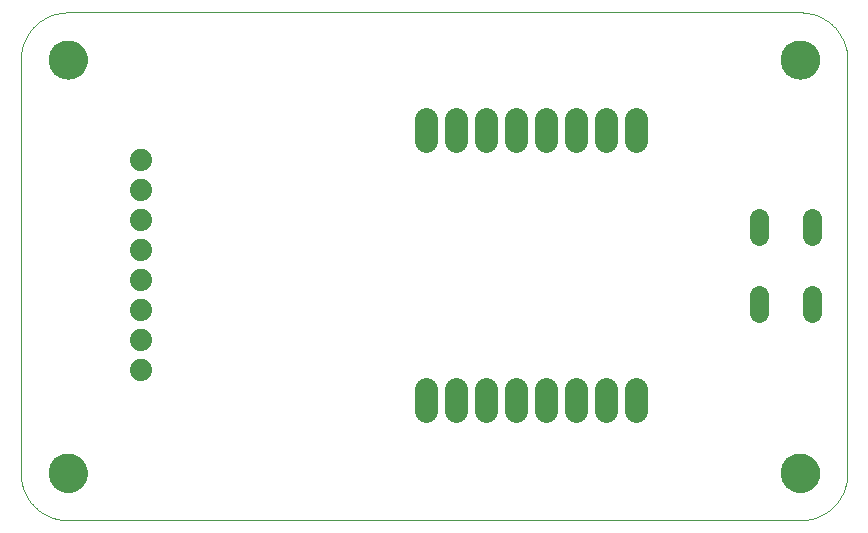
<source format=gts>
G75*
%MOIN*%
%OFA0B0*%
%FSLAX25Y25*%
%IPPOS*%
%LPD*%
%AMOC8*
5,1,8,0,0,1.08239X$1,22.5*
%
%ADD10C,0.06400*%
%ADD11C,0.07400*%
%ADD12C,0.07600*%
%ADD13C,0.00000*%
%ADD14C,0.12998*%
D10*
X0293194Y0103356D02*
X0293194Y0109356D01*
X0310994Y0109356D02*
X0310994Y0103356D01*
X0310994Y0128956D02*
X0310994Y0134956D01*
X0293194Y0134956D02*
X0293194Y0128956D01*
D11*
X0087094Y0124156D03*
X0087094Y0114156D03*
X0087094Y0104156D03*
X0087094Y0094156D03*
X0087094Y0084156D03*
X0087094Y0134156D03*
X0087094Y0144156D03*
X0087094Y0154156D03*
D12*
X0182094Y0160556D02*
X0182094Y0167756D01*
X0192094Y0167756D02*
X0192094Y0160556D01*
X0202094Y0160556D02*
X0202094Y0167756D01*
X0212094Y0167756D02*
X0212094Y0160556D01*
X0222094Y0160556D02*
X0222094Y0167756D01*
X0232094Y0167756D02*
X0232094Y0160556D01*
X0242094Y0160556D02*
X0242094Y0167756D01*
X0252094Y0167756D02*
X0252094Y0160556D01*
X0252094Y0077756D02*
X0252094Y0070556D01*
X0242094Y0070556D02*
X0242094Y0077756D01*
X0232094Y0077756D02*
X0232094Y0070556D01*
X0222094Y0070556D02*
X0222094Y0077756D01*
X0212094Y0077756D02*
X0212094Y0070556D01*
X0202094Y0070556D02*
X0202094Y0077756D01*
X0192094Y0077756D02*
X0192094Y0070556D01*
X0182094Y0070556D02*
X0182094Y0077756D01*
D13*
X0062843Y0034156D02*
X0306937Y0034156D01*
X0300638Y0049904D02*
X0300640Y0050062D01*
X0300646Y0050220D01*
X0300656Y0050378D01*
X0300670Y0050536D01*
X0300688Y0050693D01*
X0300709Y0050850D01*
X0300735Y0051006D01*
X0300765Y0051162D01*
X0300798Y0051317D01*
X0300836Y0051470D01*
X0300877Y0051623D01*
X0300922Y0051775D01*
X0300971Y0051926D01*
X0301024Y0052075D01*
X0301080Y0052223D01*
X0301140Y0052369D01*
X0301204Y0052514D01*
X0301272Y0052657D01*
X0301343Y0052799D01*
X0301417Y0052939D01*
X0301495Y0053076D01*
X0301577Y0053212D01*
X0301661Y0053346D01*
X0301750Y0053477D01*
X0301841Y0053606D01*
X0301936Y0053733D01*
X0302033Y0053858D01*
X0302134Y0053980D01*
X0302238Y0054099D01*
X0302345Y0054216D01*
X0302455Y0054330D01*
X0302568Y0054441D01*
X0302683Y0054550D01*
X0302801Y0054655D01*
X0302922Y0054757D01*
X0303045Y0054857D01*
X0303171Y0054953D01*
X0303299Y0055046D01*
X0303429Y0055136D01*
X0303562Y0055222D01*
X0303697Y0055306D01*
X0303833Y0055385D01*
X0303972Y0055462D01*
X0304113Y0055534D01*
X0304255Y0055604D01*
X0304399Y0055669D01*
X0304545Y0055731D01*
X0304692Y0055789D01*
X0304841Y0055844D01*
X0304991Y0055895D01*
X0305142Y0055942D01*
X0305294Y0055985D01*
X0305447Y0056024D01*
X0305602Y0056060D01*
X0305757Y0056091D01*
X0305913Y0056119D01*
X0306069Y0056143D01*
X0306226Y0056163D01*
X0306384Y0056179D01*
X0306541Y0056191D01*
X0306700Y0056199D01*
X0306858Y0056203D01*
X0307016Y0056203D01*
X0307174Y0056199D01*
X0307333Y0056191D01*
X0307490Y0056179D01*
X0307648Y0056163D01*
X0307805Y0056143D01*
X0307961Y0056119D01*
X0308117Y0056091D01*
X0308272Y0056060D01*
X0308427Y0056024D01*
X0308580Y0055985D01*
X0308732Y0055942D01*
X0308883Y0055895D01*
X0309033Y0055844D01*
X0309182Y0055789D01*
X0309329Y0055731D01*
X0309475Y0055669D01*
X0309619Y0055604D01*
X0309761Y0055534D01*
X0309902Y0055462D01*
X0310041Y0055385D01*
X0310177Y0055306D01*
X0310312Y0055222D01*
X0310445Y0055136D01*
X0310575Y0055046D01*
X0310703Y0054953D01*
X0310829Y0054857D01*
X0310952Y0054757D01*
X0311073Y0054655D01*
X0311191Y0054550D01*
X0311306Y0054441D01*
X0311419Y0054330D01*
X0311529Y0054216D01*
X0311636Y0054099D01*
X0311740Y0053980D01*
X0311841Y0053858D01*
X0311938Y0053733D01*
X0312033Y0053606D01*
X0312124Y0053477D01*
X0312213Y0053346D01*
X0312297Y0053212D01*
X0312379Y0053076D01*
X0312457Y0052939D01*
X0312531Y0052799D01*
X0312602Y0052657D01*
X0312670Y0052514D01*
X0312734Y0052369D01*
X0312794Y0052223D01*
X0312850Y0052075D01*
X0312903Y0051926D01*
X0312952Y0051775D01*
X0312997Y0051623D01*
X0313038Y0051470D01*
X0313076Y0051317D01*
X0313109Y0051162D01*
X0313139Y0051006D01*
X0313165Y0050850D01*
X0313186Y0050693D01*
X0313204Y0050536D01*
X0313218Y0050378D01*
X0313228Y0050220D01*
X0313234Y0050062D01*
X0313236Y0049904D01*
X0313234Y0049746D01*
X0313228Y0049588D01*
X0313218Y0049430D01*
X0313204Y0049272D01*
X0313186Y0049115D01*
X0313165Y0048958D01*
X0313139Y0048802D01*
X0313109Y0048646D01*
X0313076Y0048491D01*
X0313038Y0048338D01*
X0312997Y0048185D01*
X0312952Y0048033D01*
X0312903Y0047882D01*
X0312850Y0047733D01*
X0312794Y0047585D01*
X0312734Y0047439D01*
X0312670Y0047294D01*
X0312602Y0047151D01*
X0312531Y0047009D01*
X0312457Y0046869D01*
X0312379Y0046732D01*
X0312297Y0046596D01*
X0312213Y0046462D01*
X0312124Y0046331D01*
X0312033Y0046202D01*
X0311938Y0046075D01*
X0311841Y0045950D01*
X0311740Y0045828D01*
X0311636Y0045709D01*
X0311529Y0045592D01*
X0311419Y0045478D01*
X0311306Y0045367D01*
X0311191Y0045258D01*
X0311073Y0045153D01*
X0310952Y0045051D01*
X0310829Y0044951D01*
X0310703Y0044855D01*
X0310575Y0044762D01*
X0310445Y0044672D01*
X0310312Y0044586D01*
X0310177Y0044502D01*
X0310041Y0044423D01*
X0309902Y0044346D01*
X0309761Y0044274D01*
X0309619Y0044204D01*
X0309475Y0044139D01*
X0309329Y0044077D01*
X0309182Y0044019D01*
X0309033Y0043964D01*
X0308883Y0043913D01*
X0308732Y0043866D01*
X0308580Y0043823D01*
X0308427Y0043784D01*
X0308272Y0043748D01*
X0308117Y0043717D01*
X0307961Y0043689D01*
X0307805Y0043665D01*
X0307648Y0043645D01*
X0307490Y0043629D01*
X0307333Y0043617D01*
X0307174Y0043609D01*
X0307016Y0043605D01*
X0306858Y0043605D01*
X0306700Y0043609D01*
X0306541Y0043617D01*
X0306384Y0043629D01*
X0306226Y0043645D01*
X0306069Y0043665D01*
X0305913Y0043689D01*
X0305757Y0043717D01*
X0305602Y0043748D01*
X0305447Y0043784D01*
X0305294Y0043823D01*
X0305142Y0043866D01*
X0304991Y0043913D01*
X0304841Y0043964D01*
X0304692Y0044019D01*
X0304545Y0044077D01*
X0304399Y0044139D01*
X0304255Y0044204D01*
X0304113Y0044274D01*
X0303972Y0044346D01*
X0303833Y0044423D01*
X0303697Y0044502D01*
X0303562Y0044586D01*
X0303429Y0044672D01*
X0303299Y0044762D01*
X0303171Y0044855D01*
X0303045Y0044951D01*
X0302922Y0045051D01*
X0302801Y0045153D01*
X0302683Y0045258D01*
X0302568Y0045367D01*
X0302455Y0045478D01*
X0302345Y0045592D01*
X0302238Y0045709D01*
X0302134Y0045828D01*
X0302033Y0045950D01*
X0301936Y0046075D01*
X0301841Y0046202D01*
X0301750Y0046331D01*
X0301661Y0046462D01*
X0301577Y0046596D01*
X0301495Y0046732D01*
X0301417Y0046869D01*
X0301343Y0047009D01*
X0301272Y0047151D01*
X0301204Y0047294D01*
X0301140Y0047439D01*
X0301080Y0047585D01*
X0301024Y0047733D01*
X0300971Y0047882D01*
X0300922Y0048033D01*
X0300877Y0048185D01*
X0300836Y0048338D01*
X0300798Y0048491D01*
X0300765Y0048646D01*
X0300735Y0048802D01*
X0300709Y0048958D01*
X0300688Y0049115D01*
X0300670Y0049272D01*
X0300656Y0049430D01*
X0300646Y0049588D01*
X0300640Y0049746D01*
X0300638Y0049904D01*
X0306937Y0034156D02*
X0307318Y0034161D01*
X0307698Y0034174D01*
X0308078Y0034197D01*
X0308457Y0034230D01*
X0308835Y0034271D01*
X0309212Y0034321D01*
X0309588Y0034381D01*
X0309963Y0034449D01*
X0310335Y0034527D01*
X0310706Y0034614D01*
X0311074Y0034709D01*
X0311440Y0034814D01*
X0311803Y0034927D01*
X0312164Y0035049D01*
X0312521Y0035179D01*
X0312875Y0035319D01*
X0313226Y0035466D01*
X0313573Y0035623D01*
X0313916Y0035787D01*
X0314255Y0035960D01*
X0314590Y0036141D01*
X0314921Y0036330D01*
X0315246Y0036527D01*
X0315567Y0036731D01*
X0315883Y0036944D01*
X0316193Y0037164D01*
X0316499Y0037391D01*
X0316798Y0037626D01*
X0317092Y0037868D01*
X0317380Y0038116D01*
X0317662Y0038372D01*
X0317937Y0038635D01*
X0318206Y0038904D01*
X0318469Y0039179D01*
X0318725Y0039461D01*
X0318973Y0039749D01*
X0319215Y0040043D01*
X0319450Y0040342D01*
X0319677Y0040648D01*
X0319897Y0040958D01*
X0320110Y0041274D01*
X0320314Y0041595D01*
X0320511Y0041920D01*
X0320700Y0042251D01*
X0320881Y0042586D01*
X0321054Y0042925D01*
X0321218Y0043268D01*
X0321375Y0043615D01*
X0321522Y0043966D01*
X0321662Y0044320D01*
X0321792Y0044677D01*
X0321914Y0045038D01*
X0322027Y0045401D01*
X0322132Y0045767D01*
X0322227Y0046135D01*
X0322314Y0046506D01*
X0322392Y0046878D01*
X0322460Y0047253D01*
X0322520Y0047629D01*
X0322570Y0048006D01*
X0322611Y0048384D01*
X0322644Y0048763D01*
X0322667Y0049143D01*
X0322680Y0049523D01*
X0322685Y0049904D01*
X0322685Y0187699D01*
X0300638Y0187699D02*
X0300640Y0187857D01*
X0300646Y0188015D01*
X0300656Y0188173D01*
X0300670Y0188331D01*
X0300688Y0188488D01*
X0300709Y0188645D01*
X0300735Y0188801D01*
X0300765Y0188957D01*
X0300798Y0189112D01*
X0300836Y0189265D01*
X0300877Y0189418D01*
X0300922Y0189570D01*
X0300971Y0189721D01*
X0301024Y0189870D01*
X0301080Y0190018D01*
X0301140Y0190164D01*
X0301204Y0190309D01*
X0301272Y0190452D01*
X0301343Y0190594D01*
X0301417Y0190734D01*
X0301495Y0190871D01*
X0301577Y0191007D01*
X0301661Y0191141D01*
X0301750Y0191272D01*
X0301841Y0191401D01*
X0301936Y0191528D01*
X0302033Y0191653D01*
X0302134Y0191775D01*
X0302238Y0191894D01*
X0302345Y0192011D01*
X0302455Y0192125D01*
X0302568Y0192236D01*
X0302683Y0192345D01*
X0302801Y0192450D01*
X0302922Y0192552D01*
X0303045Y0192652D01*
X0303171Y0192748D01*
X0303299Y0192841D01*
X0303429Y0192931D01*
X0303562Y0193017D01*
X0303697Y0193101D01*
X0303833Y0193180D01*
X0303972Y0193257D01*
X0304113Y0193329D01*
X0304255Y0193399D01*
X0304399Y0193464D01*
X0304545Y0193526D01*
X0304692Y0193584D01*
X0304841Y0193639D01*
X0304991Y0193690D01*
X0305142Y0193737D01*
X0305294Y0193780D01*
X0305447Y0193819D01*
X0305602Y0193855D01*
X0305757Y0193886D01*
X0305913Y0193914D01*
X0306069Y0193938D01*
X0306226Y0193958D01*
X0306384Y0193974D01*
X0306541Y0193986D01*
X0306700Y0193994D01*
X0306858Y0193998D01*
X0307016Y0193998D01*
X0307174Y0193994D01*
X0307333Y0193986D01*
X0307490Y0193974D01*
X0307648Y0193958D01*
X0307805Y0193938D01*
X0307961Y0193914D01*
X0308117Y0193886D01*
X0308272Y0193855D01*
X0308427Y0193819D01*
X0308580Y0193780D01*
X0308732Y0193737D01*
X0308883Y0193690D01*
X0309033Y0193639D01*
X0309182Y0193584D01*
X0309329Y0193526D01*
X0309475Y0193464D01*
X0309619Y0193399D01*
X0309761Y0193329D01*
X0309902Y0193257D01*
X0310041Y0193180D01*
X0310177Y0193101D01*
X0310312Y0193017D01*
X0310445Y0192931D01*
X0310575Y0192841D01*
X0310703Y0192748D01*
X0310829Y0192652D01*
X0310952Y0192552D01*
X0311073Y0192450D01*
X0311191Y0192345D01*
X0311306Y0192236D01*
X0311419Y0192125D01*
X0311529Y0192011D01*
X0311636Y0191894D01*
X0311740Y0191775D01*
X0311841Y0191653D01*
X0311938Y0191528D01*
X0312033Y0191401D01*
X0312124Y0191272D01*
X0312213Y0191141D01*
X0312297Y0191007D01*
X0312379Y0190871D01*
X0312457Y0190734D01*
X0312531Y0190594D01*
X0312602Y0190452D01*
X0312670Y0190309D01*
X0312734Y0190164D01*
X0312794Y0190018D01*
X0312850Y0189870D01*
X0312903Y0189721D01*
X0312952Y0189570D01*
X0312997Y0189418D01*
X0313038Y0189265D01*
X0313076Y0189112D01*
X0313109Y0188957D01*
X0313139Y0188801D01*
X0313165Y0188645D01*
X0313186Y0188488D01*
X0313204Y0188331D01*
X0313218Y0188173D01*
X0313228Y0188015D01*
X0313234Y0187857D01*
X0313236Y0187699D01*
X0313234Y0187541D01*
X0313228Y0187383D01*
X0313218Y0187225D01*
X0313204Y0187067D01*
X0313186Y0186910D01*
X0313165Y0186753D01*
X0313139Y0186597D01*
X0313109Y0186441D01*
X0313076Y0186286D01*
X0313038Y0186133D01*
X0312997Y0185980D01*
X0312952Y0185828D01*
X0312903Y0185677D01*
X0312850Y0185528D01*
X0312794Y0185380D01*
X0312734Y0185234D01*
X0312670Y0185089D01*
X0312602Y0184946D01*
X0312531Y0184804D01*
X0312457Y0184664D01*
X0312379Y0184527D01*
X0312297Y0184391D01*
X0312213Y0184257D01*
X0312124Y0184126D01*
X0312033Y0183997D01*
X0311938Y0183870D01*
X0311841Y0183745D01*
X0311740Y0183623D01*
X0311636Y0183504D01*
X0311529Y0183387D01*
X0311419Y0183273D01*
X0311306Y0183162D01*
X0311191Y0183053D01*
X0311073Y0182948D01*
X0310952Y0182846D01*
X0310829Y0182746D01*
X0310703Y0182650D01*
X0310575Y0182557D01*
X0310445Y0182467D01*
X0310312Y0182381D01*
X0310177Y0182297D01*
X0310041Y0182218D01*
X0309902Y0182141D01*
X0309761Y0182069D01*
X0309619Y0181999D01*
X0309475Y0181934D01*
X0309329Y0181872D01*
X0309182Y0181814D01*
X0309033Y0181759D01*
X0308883Y0181708D01*
X0308732Y0181661D01*
X0308580Y0181618D01*
X0308427Y0181579D01*
X0308272Y0181543D01*
X0308117Y0181512D01*
X0307961Y0181484D01*
X0307805Y0181460D01*
X0307648Y0181440D01*
X0307490Y0181424D01*
X0307333Y0181412D01*
X0307174Y0181404D01*
X0307016Y0181400D01*
X0306858Y0181400D01*
X0306700Y0181404D01*
X0306541Y0181412D01*
X0306384Y0181424D01*
X0306226Y0181440D01*
X0306069Y0181460D01*
X0305913Y0181484D01*
X0305757Y0181512D01*
X0305602Y0181543D01*
X0305447Y0181579D01*
X0305294Y0181618D01*
X0305142Y0181661D01*
X0304991Y0181708D01*
X0304841Y0181759D01*
X0304692Y0181814D01*
X0304545Y0181872D01*
X0304399Y0181934D01*
X0304255Y0181999D01*
X0304113Y0182069D01*
X0303972Y0182141D01*
X0303833Y0182218D01*
X0303697Y0182297D01*
X0303562Y0182381D01*
X0303429Y0182467D01*
X0303299Y0182557D01*
X0303171Y0182650D01*
X0303045Y0182746D01*
X0302922Y0182846D01*
X0302801Y0182948D01*
X0302683Y0183053D01*
X0302568Y0183162D01*
X0302455Y0183273D01*
X0302345Y0183387D01*
X0302238Y0183504D01*
X0302134Y0183623D01*
X0302033Y0183745D01*
X0301936Y0183870D01*
X0301841Y0183997D01*
X0301750Y0184126D01*
X0301661Y0184257D01*
X0301577Y0184391D01*
X0301495Y0184527D01*
X0301417Y0184664D01*
X0301343Y0184804D01*
X0301272Y0184946D01*
X0301204Y0185089D01*
X0301140Y0185234D01*
X0301080Y0185380D01*
X0301024Y0185528D01*
X0300971Y0185677D01*
X0300922Y0185828D01*
X0300877Y0185980D01*
X0300836Y0186133D01*
X0300798Y0186286D01*
X0300765Y0186441D01*
X0300735Y0186597D01*
X0300709Y0186753D01*
X0300688Y0186910D01*
X0300670Y0187067D01*
X0300656Y0187225D01*
X0300646Y0187383D01*
X0300640Y0187541D01*
X0300638Y0187699D01*
X0306937Y0203447D02*
X0307318Y0203442D01*
X0307698Y0203429D01*
X0308078Y0203406D01*
X0308457Y0203373D01*
X0308835Y0203332D01*
X0309212Y0203282D01*
X0309588Y0203222D01*
X0309963Y0203154D01*
X0310335Y0203076D01*
X0310706Y0202989D01*
X0311074Y0202894D01*
X0311440Y0202789D01*
X0311803Y0202676D01*
X0312164Y0202554D01*
X0312521Y0202424D01*
X0312875Y0202284D01*
X0313226Y0202137D01*
X0313573Y0201980D01*
X0313916Y0201816D01*
X0314255Y0201643D01*
X0314590Y0201462D01*
X0314921Y0201273D01*
X0315246Y0201076D01*
X0315567Y0200872D01*
X0315883Y0200659D01*
X0316193Y0200439D01*
X0316499Y0200212D01*
X0316798Y0199977D01*
X0317092Y0199735D01*
X0317380Y0199487D01*
X0317662Y0199231D01*
X0317937Y0198968D01*
X0318206Y0198699D01*
X0318469Y0198424D01*
X0318725Y0198142D01*
X0318973Y0197854D01*
X0319215Y0197560D01*
X0319450Y0197261D01*
X0319677Y0196955D01*
X0319897Y0196645D01*
X0320110Y0196329D01*
X0320314Y0196008D01*
X0320511Y0195683D01*
X0320700Y0195352D01*
X0320881Y0195017D01*
X0321054Y0194678D01*
X0321218Y0194335D01*
X0321375Y0193988D01*
X0321522Y0193637D01*
X0321662Y0193283D01*
X0321792Y0192926D01*
X0321914Y0192565D01*
X0322027Y0192202D01*
X0322132Y0191836D01*
X0322227Y0191468D01*
X0322314Y0191097D01*
X0322392Y0190725D01*
X0322460Y0190350D01*
X0322520Y0189974D01*
X0322570Y0189597D01*
X0322611Y0189219D01*
X0322644Y0188840D01*
X0322667Y0188460D01*
X0322680Y0188080D01*
X0322685Y0187699D01*
X0306937Y0203448D02*
X0062843Y0203448D01*
X0056544Y0187699D02*
X0056546Y0187857D01*
X0056552Y0188015D01*
X0056562Y0188173D01*
X0056576Y0188331D01*
X0056594Y0188488D01*
X0056615Y0188645D01*
X0056641Y0188801D01*
X0056671Y0188957D01*
X0056704Y0189112D01*
X0056742Y0189265D01*
X0056783Y0189418D01*
X0056828Y0189570D01*
X0056877Y0189721D01*
X0056930Y0189870D01*
X0056986Y0190018D01*
X0057046Y0190164D01*
X0057110Y0190309D01*
X0057178Y0190452D01*
X0057249Y0190594D01*
X0057323Y0190734D01*
X0057401Y0190871D01*
X0057483Y0191007D01*
X0057567Y0191141D01*
X0057656Y0191272D01*
X0057747Y0191401D01*
X0057842Y0191528D01*
X0057939Y0191653D01*
X0058040Y0191775D01*
X0058144Y0191894D01*
X0058251Y0192011D01*
X0058361Y0192125D01*
X0058474Y0192236D01*
X0058589Y0192345D01*
X0058707Y0192450D01*
X0058828Y0192552D01*
X0058951Y0192652D01*
X0059077Y0192748D01*
X0059205Y0192841D01*
X0059335Y0192931D01*
X0059468Y0193017D01*
X0059603Y0193101D01*
X0059739Y0193180D01*
X0059878Y0193257D01*
X0060019Y0193329D01*
X0060161Y0193399D01*
X0060305Y0193464D01*
X0060451Y0193526D01*
X0060598Y0193584D01*
X0060747Y0193639D01*
X0060897Y0193690D01*
X0061048Y0193737D01*
X0061200Y0193780D01*
X0061353Y0193819D01*
X0061508Y0193855D01*
X0061663Y0193886D01*
X0061819Y0193914D01*
X0061975Y0193938D01*
X0062132Y0193958D01*
X0062290Y0193974D01*
X0062447Y0193986D01*
X0062606Y0193994D01*
X0062764Y0193998D01*
X0062922Y0193998D01*
X0063080Y0193994D01*
X0063239Y0193986D01*
X0063396Y0193974D01*
X0063554Y0193958D01*
X0063711Y0193938D01*
X0063867Y0193914D01*
X0064023Y0193886D01*
X0064178Y0193855D01*
X0064333Y0193819D01*
X0064486Y0193780D01*
X0064638Y0193737D01*
X0064789Y0193690D01*
X0064939Y0193639D01*
X0065088Y0193584D01*
X0065235Y0193526D01*
X0065381Y0193464D01*
X0065525Y0193399D01*
X0065667Y0193329D01*
X0065808Y0193257D01*
X0065947Y0193180D01*
X0066083Y0193101D01*
X0066218Y0193017D01*
X0066351Y0192931D01*
X0066481Y0192841D01*
X0066609Y0192748D01*
X0066735Y0192652D01*
X0066858Y0192552D01*
X0066979Y0192450D01*
X0067097Y0192345D01*
X0067212Y0192236D01*
X0067325Y0192125D01*
X0067435Y0192011D01*
X0067542Y0191894D01*
X0067646Y0191775D01*
X0067747Y0191653D01*
X0067844Y0191528D01*
X0067939Y0191401D01*
X0068030Y0191272D01*
X0068119Y0191141D01*
X0068203Y0191007D01*
X0068285Y0190871D01*
X0068363Y0190734D01*
X0068437Y0190594D01*
X0068508Y0190452D01*
X0068576Y0190309D01*
X0068640Y0190164D01*
X0068700Y0190018D01*
X0068756Y0189870D01*
X0068809Y0189721D01*
X0068858Y0189570D01*
X0068903Y0189418D01*
X0068944Y0189265D01*
X0068982Y0189112D01*
X0069015Y0188957D01*
X0069045Y0188801D01*
X0069071Y0188645D01*
X0069092Y0188488D01*
X0069110Y0188331D01*
X0069124Y0188173D01*
X0069134Y0188015D01*
X0069140Y0187857D01*
X0069142Y0187699D01*
X0069140Y0187541D01*
X0069134Y0187383D01*
X0069124Y0187225D01*
X0069110Y0187067D01*
X0069092Y0186910D01*
X0069071Y0186753D01*
X0069045Y0186597D01*
X0069015Y0186441D01*
X0068982Y0186286D01*
X0068944Y0186133D01*
X0068903Y0185980D01*
X0068858Y0185828D01*
X0068809Y0185677D01*
X0068756Y0185528D01*
X0068700Y0185380D01*
X0068640Y0185234D01*
X0068576Y0185089D01*
X0068508Y0184946D01*
X0068437Y0184804D01*
X0068363Y0184664D01*
X0068285Y0184527D01*
X0068203Y0184391D01*
X0068119Y0184257D01*
X0068030Y0184126D01*
X0067939Y0183997D01*
X0067844Y0183870D01*
X0067747Y0183745D01*
X0067646Y0183623D01*
X0067542Y0183504D01*
X0067435Y0183387D01*
X0067325Y0183273D01*
X0067212Y0183162D01*
X0067097Y0183053D01*
X0066979Y0182948D01*
X0066858Y0182846D01*
X0066735Y0182746D01*
X0066609Y0182650D01*
X0066481Y0182557D01*
X0066351Y0182467D01*
X0066218Y0182381D01*
X0066083Y0182297D01*
X0065947Y0182218D01*
X0065808Y0182141D01*
X0065667Y0182069D01*
X0065525Y0181999D01*
X0065381Y0181934D01*
X0065235Y0181872D01*
X0065088Y0181814D01*
X0064939Y0181759D01*
X0064789Y0181708D01*
X0064638Y0181661D01*
X0064486Y0181618D01*
X0064333Y0181579D01*
X0064178Y0181543D01*
X0064023Y0181512D01*
X0063867Y0181484D01*
X0063711Y0181460D01*
X0063554Y0181440D01*
X0063396Y0181424D01*
X0063239Y0181412D01*
X0063080Y0181404D01*
X0062922Y0181400D01*
X0062764Y0181400D01*
X0062606Y0181404D01*
X0062447Y0181412D01*
X0062290Y0181424D01*
X0062132Y0181440D01*
X0061975Y0181460D01*
X0061819Y0181484D01*
X0061663Y0181512D01*
X0061508Y0181543D01*
X0061353Y0181579D01*
X0061200Y0181618D01*
X0061048Y0181661D01*
X0060897Y0181708D01*
X0060747Y0181759D01*
X0060598Y0181814D01*
X0060451Y0181872D01*
X0060305Y0181934D01*
X0060161Y0181999D01*
X0060019Y0182069D01*
X0059878Y0182141D01*
X0059739Y0182218D01*
X0059603Y0182297D01*
X0059468Y0182381D01*
X0059335Y0182467D01*
X0059205Y0182557D01*
X0059077Y0182650D01*
X0058951Y0182746D01*
X0058828Y0182846D01*
X0058707Y0182948D01*
X0058589Y0183053D01*
X0058474Y0183162D01*
X0058361Y0183273D01*
X0058251Y0183387D01*
X0058144Y0183504D01*
X0058040Y0183623D01*
X0057939Y0183745D01*
X0057842Y0183870D01*
X0057747Y0183997D01*
X0057656Y0184126D01*
X0057567Y0184257D01*
X0057483Y0184391D01*
X0057401Y0184527D01*
X0057323Y0184664D01*
X0057249Y0184804D01*
X0057178Y0184946D01*
X0057110Y0185089D01*
X0057046Y0185234D01*
X0056986Y0185380D01*
X0056930Y0185528D01*
X0056877Y0185677D01*
X0056828Y0185828D01*
X0056783Y0185980D01*
X0056742Y0186133D01*
X0056704Y0186286D01*
X0056671Y0186441D01*
X0056641Y0186597D01*
X0056615Y0186753D01*
X0056594Y0186910D01*
X0056576Y0187067D01*
X0056562Y0187225D01*
X0056552Y0187383D01*
X0056546Y0187541D01*
X0056544Y0187699D01*
X0047095Y0187699D02*
X0047100Y0188080D01*
X0047113Y0188460D01*
X0047136Y0188840D01*
X0047169Y0189219D01*
X0047210Y0189597D01*
X0047260Y0189974D01*
X0047320Y0190350D01*
X0047388Y0190725D01*
X0047466Y0191097D01*
X0047553Y0191468D01*
X0047648Y0191836D01*
X0047753Y0192202D01*
X0047866Y0192565D01*
X0047988Y0192926D01*
X0048118Y0193283D01*
X0048258Y0193637D01*
X0048405Y0193988D01*
X0048562Y0194335D01*
X0048726Y0194678D01*
X0048899Y0195017D01*
X0049080Y0195352D01*
X0049269Y0195683D01*
X0049466Y0196008D01*
X0049670Y0196329D01*
X0049883Y0196645D01*
X0050103Y0196955D01*
X0050330Y0197261D01*
X0050565Y0197560D01*
X0050807Y0197854D01*
X0051055Y0198142D01*
X0051311Y0198424D01*
X0051574Y0198699D01*
X0051843Y0198968D01*
X0052118Y0199231D01*
X0052400Y0199487D01*
X0052688Y0199735D01*
X0052982Y0199977D01*
X0053281Y0200212D01*
X0053587Y0200439D01*
X0053897Y0200659D01*
X0054213Y0200872D01*
X0054534Y0201076D01*
X0054859Y0201273D01*
X0055190Y0201462D01*
X0055525Y0201643D01*
X0055864Y0201816D01*
X0056207Y0201980D01*
X0056554Y0202137D01*
X0056905Y0202284D01*
X0057259Y0202424D01*
X0057616Y0202554D01*
X0057977Y0202676D01*
X0058340Y0202789D01*
X0058706Y0202894D01*
X0059074Y0202989D01*
X0059445Y0203076D01*
X0059817Y0203154D01*
X0060192Y0203222D01*
X0060568Y0203282D01*
X0060945Y0203332D01*
X0061323Y0203373D01*
X0061702Y0203406D01*
X0062082Y0203429D01*
X0062462Y0203442D01*
X0062843Y0203447D01*
X0047094Y0187699D02*
X0047094Y0049904D01*
X0056544Y0049904D02*
X0056546Y0050062D01*
X0056552Y0050220D01*
X0056562Y0050378D01*
X0056576Y0050536D01*
X0056594Y0050693D01*
X0056615Y0050850D01*
X0056641Y0051006D01*
X0056671Y0051162D01*
X0056704Y0051317D01*
X0056742Y0051470D01*
X0056783Y0051623D01*
X0056828Y0051775D01*
X0056877Y0051926D01*
X0056930Y0052075D01*
X0056986Y0052223D01*
X0057046Y0052369D01*
X0057110Y0052514D01*
X0057178Y0052657D01*
X0057249Y0052799D01*
X0057323Y0052939D01*
X0057401Y0053076D01*
X0057483Y0053212D01*
X0057567Y0053346D01*
X0057656Y0053477D01*
X0057747Y0053606D01*
X0057842Y0053733D01*
X0057939Y0053858D01*
X0058040Y0053980D01*
X0058144Y0054099D01*
X0058251Y0054216D01*
X0058361Y0054330D01*
X0058474Y0054441D01*
X0058589Y0054550D01*
X0058707Y0054655D01*
X0058828Y0054757D01*
X0058951Y0054857D01*
X0059077Y0054953D01*
X0059205Y0055046D01*
X0059335Y0055136D01*
X0059468Y0055222D01*
X0059603Y0055306D01*
X0059739Y0055385D01*
X0059878Y0055462D01*
X0060019Y0055534D01*
X0060161Y0055604D01*
X0060305Y0055669D01*
X0060451Y0055731D01*
X0060598Y0055789D01*
X0060747Y0055844D01*
X0060897Y0055895D01*
X0061048Y0055942D01*
X0061200Y0055985D01*
X0061353Y0056024D01*
X0061508Y0056060D01*
X0061663Y0056091D01*
X0061819Y0056119D01*
X0061975Y0056143D01*
X0062132Y0056163D01*
X0062290Y0056179D01*
X0062447Y0056191D01*
X0062606Y0056199D01*
X0062764Y0056203D01*
X0062922Y0056203D01*
X0063080Y0056199D01*
X0063239Y0056191D01*
X0063396Y0056179D01*
X0063554Y0056163D01*
X0063711Y0056143D01*
X0063867Y0056119D01*
X0064023Y0056091D01*
X0064178Y0056060D01*
X0064333Y0056024D01*
X0064486Y0055985D01*
X0064638Y0055942D01*
X0064789Y0055895D01*
X0064939Y0055844D01*
X0065088Y0055789D01*
X0065235Y0055731D01*
X0065381Y0055669D01*
X0065525Y0055604D01*
X0065667Y0055534D01*
X0065808Y0055462D01*
X0065947Y0055385D01*
X0066083Y0055306D01*
X0066218Y0055222D01*
X0066351Y0055136D01*
X0066481Y0055046D01*
X0066609Y0054953D01*
X0066735Y0054857D01*
X0066858Y0054757D01*
X0066979Y0054655D01*
X0067097Y0054550D01*
X0067212Y0054441D01*
X0067325Y0054330D01*
X0067435Y0054216D01*
X0067542Y0054099D01*
X0067646Y0053980D01*
X0067747Y0053858D01*
X0067844Y0053733D01*
X0067939Y0053606D01*
X0068030Y0053477D01*
X0068119Y0053346D01*
X0068203Y0053212D01*
X0068285Y0053076D01*
X0068363Y0052939D01*
X0068437Y0052799D01*
X0068508Y0052657D01*
X0068576Y0052514D01*
X0068640Y0052369D01*
X0068700Y0052223D01*
X0068756Y0052075D01*
X0068809Y0051926D01*
X0068858Y0051775D01*
X0068903Y0051623D01*
X0068944Y0051470D01*
X0068982Y0051317D01*
X0069015Y0051162D01*
X0069045Y0051006D01*
X0069071Y0050850D01*
X0069092Y0050693D01*
X0069110Y0050536D01*
X0069124Y0050378D01*
X0069134Y0050220D01*
X0069140Y0050062D01*
X0069142Y0049904D01*
X0069140Y0049746D01*
X0069134Y0049588D01*
X0069124Y0049430D01*
X0069110Y0049272D01*
X0069092Y0049115D01*
X0069071Y0048958D01*
X0069045Y0048802D01*
X0069015Y0048646D01*
X0068982Y0048491D01*
X0068944Y0048338D01*
X0068903Y0048185D01*
X0068858Y0048033D01*
X0068809Y0047882D01*
X0068756Y0047733D01*
X0068700Y0047585D01*
X0068640Y0047439D01*
X0068576Y0047294D01*
X0068508Y0047151D01*
X0068437Y0047009D01*
X0068363Y0046869D01*
X0068285Y0046732D01*
X0068203Y0046596D01*
X0068119Y0046462D01*
X0068030Y0046331D01*
X0067939Y0046202D01*
X0067844Y0046075D01*
X0067747Y0045950D01*
X0067646Y0045828D01*
X0067542Y0045709D01*
X0067435Y0045592D01*
X0067325Y0045478D01*
X0067212Y0045367D01*
X0067097Y0045258D01*
X0066979Y0045153D01*
X0066858Y0045051D01*
X0066735Y0044951D01*
X0066609Y0044855D01*
X0066481Y0044762D01*
X0066351Y0044672D01*
X0066218Y0044586D01*
X0066083Y0044502D01*
X0065947Y0044423D01*
X0065808Y0044346D01*
X0065667Y0044274D01*
X0065525Y0044204D01*
X0065381Y0044139D01*
X0065235Y0044077D01*
X0065088Y0044019D01*
X0064939Y0043964D01*
X0064789Y0043913D01*
X0064638Y0043866D01*
X0064486Y0043823D01*
X0064333Y0043784D01*
X0064178Y0043748D01*
X0064023Y0043717D01*
X0063867Y0043689D01*
X0063711Y0043665D01*
X0063554Y0043645D01*
X0063396Y0043629D01*
X0063239Y0043617D01*
X0063080Y0043609D01*
X0062922Y0043605D01*
X0062764Y0043605D01*
X0062606Y0043609D01*
X0062447Y0043617D01*
X0062290Y0043629D01*
X0062132Y0043645D01*
X0061975Y0043665D01*
X0061819Y0043689D01*
X0061663Y0043717D01*
X0061508Y0043748D01*
X0061353Y0043784D01*
X0061200Y0043823D01*
X0061048Y0043866D01*
X0060897Y0043913D01*
X0060747Y0043964D01*
X0060598Y0044019D01*
X0060451Y0044077D01*
X0060305Y0044139D01*
X0060161Y0044204D01*
X0060019Y0044274D01*
X0059878Y0044346D01*
X0059739Y0044423D01*
X0059603Y0044502D01*
X0059468Y0044586D01*
X0059335Y0044672D01*
X0059205Y0044762D01*
X0059077Y0044855D01*
X0058951Y0044951D01*
X0058828Y0045051D01*
X0058707Y0045153D01*
X0058589Y0045258D01*
X0058474Y0045367D01*
X0058361Y0045478D01*
X0058251Y0045592D01*
X0058144Y0045709D01*
X0058040Y0045828D01*
X0057939Y0045950D01*
X0057842Y0046075D01*
X0057747Y0046202D01*
X0057656Y0046331D01*
X0057567Y0046462D01*
X0057483Y0046596D01*
X0057401Y0046732D01*
X0057323Y0046869D01*
X0057249Y0047009D01*
X0057178Y0047151D01*
X0057110Y0047294D01*
X0057046Y0047439D01*
X0056986Y0047585D01*
X0056930Y0047733D01*
X0056877Y0047882D01*
X0056828Y0048033D01*
X0056783Y0048185D01*
X0056742Y0048338D01*
X0056704Y0048491D01*
X0056671Y0048646D01*
X0056641Y0048802D01*
X0056615Y0048958D01*
X0056594Y0049115D01*
X0056576Y0049272D01*
X0056562Y0049430D01*
X0056552Y0049588D01*
X0056546Y0049746D01*
X0056544Y0049904D01*
X0047095Y0049904D02*
X0047100Y0049523D01*
X0047113Y0049143D01*
X0047136Y0048763D01*
X0047169Y0048384D01*
X0047210Y0048006D01*
X0047260Y0047629D01*
X0047320Y0047253D01*
X0047388Y0046878D01*
X0047466Y0046506D01*
X0047553Y0046135D01*
X0047648Y0045767D01*
X0047753Y0045401D01*
X0047866Y0045038D01*
X0047988Y0044677D01*
X0048118Y0044320D01*
X0048258Y0043966D01*
X0048405Y0043615D01*
X0048562Y0043268D01*
X0048726Y0042925D01*
X0048899Y0042586D01*
X0049080Y0042251D01*
X0049269Y0041920D01*
X0049466Y0041595D01*
X0049670Y0041274D01*
X0049883Y0040958D01*
X0050103Y0040648D01*
X0050330Y0040342D01*
X0050565Y0040043D01*
X0050807Y0039749D01*
X0051055Y0039461D01*
X0051311Y0039179D01*
X0051574Y0038904D01*
X0051843Y0038635D01*
X0052118Y0038372D01*
X0052400Y0038116D01*
X0052688Y0037868D01*
X0052982Y0037626D01*
X0053281Y0037391D01*
X0053587Y0037164D01*
X0053897Y0036944D01*
X0054213Y0036731D01*
X0054534Y0036527D01*
X0054859Y0036330D01*
X0055190Y0036141D01*
X0055525Y0035960D01*
X0055864Y0035787D01*
X0056207Y0035623D01*
X0056554Y0035466D01*
X0056905Y0035319D01*
X0057259Y0035179D01*
X0057616Y0035049D01*
X0057977Y0034927D01*
X0058340Y0034814D01*
X0058706Y0034709D01*
X0059074Y0034614D01*
X0059445Y0034527D01*
X0059817Y0034449D01*
X0060192Y0034381D01*
X0060568Y0034321D01*
X0060945Y0034271D01*
X0061323Y0034230D01*
X0061702Y0034197D01*
X0062082Y0034174D01*
X0062462Y0034161D01*
X0062843Y0034156D01*
D14*
X0062843Y0049904D03*
X0062843Y0187699D03*
X0306937Y0187699D03*
X0306937Y0049904D03*
M02*

</source>
